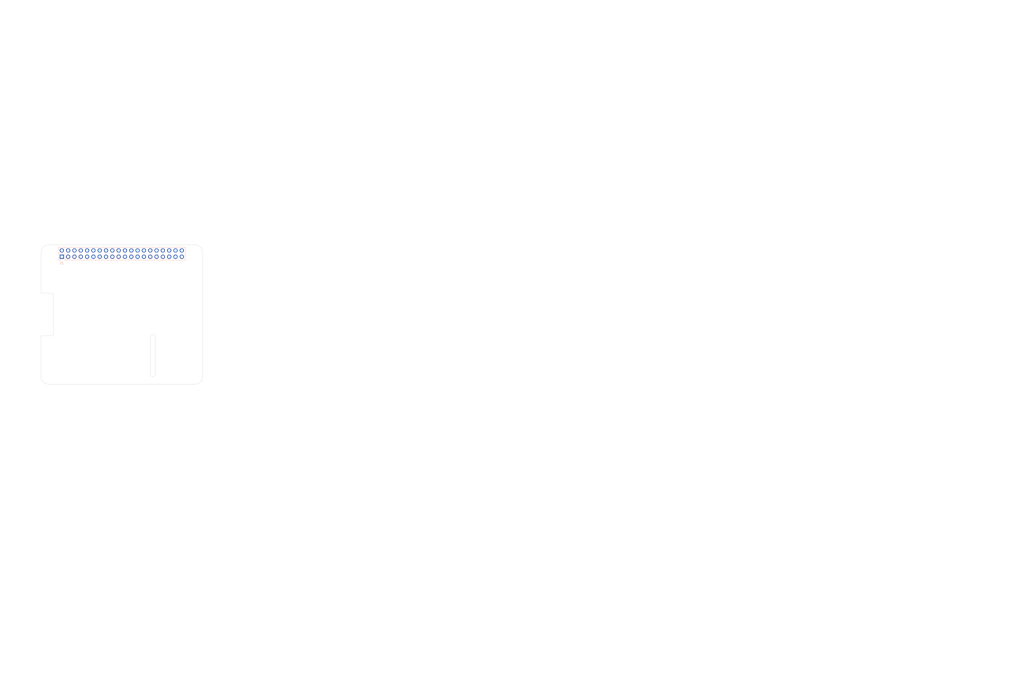
<source format=kicad_pcb>
(kicad_pcb (version 20240108) (generator "pcbnew") (generator_version "8.0")
  (title_block (title "Example Project") (date "25 June 2024"))
  (layers (0 "F.Cu" signal) (31 "B.Cu" signal) (34 "B.Paste" user) (35 "F.Paste" user) (36 "B.SilkS" user "B.Silkscreen") (37 "F.SilkS" user "F.Silkscreen") (38 "B.Mask" user) (39 "F.Mask" user) (44 "Edge.Cuts" user))
  (net 0 "")
  (net 1 "GND")
  (net 2 "/GPIO2{slash}SDA1")
  (net 3 "/GPIO3{slash}SCL1")
  (net 4 "/GPIO4{slash}GPCLK0")
  (net 5 "/GPIO14{slash}TXD0")
  (net 6 "/GPIO15{slash}RXD0")
  (net 7 "/GPIO17")
  (net 8 "/GPIO18{slash}PCM.CLK")
  (net 9 "/GPIO27")
  (net 10 "/GPIO22")
  (net 11 "/GPIO23")
  (net 12 "/GPIO24")
  (net 13 "/GPIO10{slash}SPI0.MOSI")
  (net 14 "/GPIO9{slash}SPI0.MISO")
  (net 15 "/GPIO25")
  (net 16 "/GPIO11{slash}SPI0.SCLK")
  (net 17 "/GPIO8{slash}SPI0.CE0")
  (net 18 "/GPIO7{slash}SPI0.CE1")
  (net 19 "/ID_SDA")
  (net 20 "/ID_SCL")
  (net 21 "/GPIO5")
  (net 22 "/GPIO6")
  (net 23 "/GPIO12{slash}PWM0")
  (net 24 "/GPIO13{slash}PWM1")
  (net 25 "/GPIO19{slash}PCM.FS")
  (net 26 "/GPIO16")
  (net 27 "/GPIO26")
  (net 28 "/GPIO20{slash}PCM.DIN")
  (net 29 "/GPIO21{slash}PCM.DOUT")
  (net 30 "+5V")
  (net 31 "+3V3")
  (footprint "MountingHole:MountingHole_2.7mm_M2.5" (layer "F.Cu") (at 220 121)
    (property "Reference" "MH2" (hide yes))
    (property "Value" "MountingHole_2.7mm_M2.5" (hide yes))
    (pad "" np_thru_hole circle (at 0 0) (size 2.7 2.7) (drill 2.7) (layers "*.Cu" "*.Mask"))
  )
  (footprint "MountingHole:MountingHole_2.7mm_M2.5" (layer "F.Cu") (at 162 170)
    (property "Reference" "MH3" (hide yes))
    (property "Value" "MountingHole_2.7mm_M2.5" (hide yes))
    (pad "" np_thru_hole circle (at 0 0) (size 2.7 2.7) (drill 2.7) (layers "*.Cu" "*.Mask"))
  )
  (footprint "MountingHole:MountingHole_2.7mm_M2.5" (layer "F.Cu") (at 162 121)
    (property "Reference" "MH1" (hide yes))
    (property "Value" "MountingHole_2.7mm_M2.5" (hide yes))
    (pad "" np_thru_hole circle (at 0 0) (size 2.7 2.7) (drill 2.7) (layers "*.Cu" "*.Mask"))
  )
  (footprint "MountingHole:MountingHole_2.7mm_M2.5" (layer "F.Cu") (at 220 170)
    (property "Reference" "MH4" (hide yes))
    (property "Value" "MountingHole_2.7mm_M2.5" (hide yes))
    (pad "" np_thru_hole circle (at 0 0) (size 2.7 2.7) (drill 2.7) (layers "*.Cu" "*.Mask"))
  )
  (footprint "Connector_PinSocket_2.54mm:PinSocket_2x20_P2.54mm_Vertical" (layer "B.Cu") (at 166.87 122.27 -90)
    (property "Reference" "J1" (at 2.5 0 0) (layer "B.SilkS") (effects (justify mirror)))
    (property "Value" "GPIO")
    (fp_line (start -3.87 1.33) (end -1.27 1.33) (stroke (width 0.12)) (layer "B.SilkS"))
    (fp_line (start -3.87 1.33) (end -3.87 -49.59) (stroke (width 0.12)) (layer "B.SilkS"))
    (fp_line (start -1.27 1.33) (end -1.27 -1.27) (stroke (width 0.12)) (layer "B.SilkS"))
    (fp_line (start 0 1.33) (end 1.33 1.33) (stroke (width 0.12)) (layer "B.SilkS"))
    (fp_line (start 1.33 1.33) (end 1.33 0) (stroke (width 0.12)) (layer "B.SilkS"))
    (fp_line (start -1.27 -1.27) (end 1.33 -1.27) (stroke (width 0.12)) (layer "B.SilkS"))
    (fp_line (start 1.33 -1.27) (end 1.33 -49.59) (stroke (width 0.12)) (layer "B.SilkS"))
    (fp_line (start -3.87 -49.59) (end 1.33 -49.59) (stroke (width 0.12)) (layer "B.SilkS"))
    (pad "1" thru_hole rect (at 0 0 270) (size 1.7 1.7) (drill 1) (layers "*.Cu" "*.Mask") (net 31 "+3V3"))
    (pad "2" thru_hole oval (at -2.54 0 270) (size 1.7 1.7) (drill 1) (layers "*.Cu" "*.Mask") (net 30 "+5V"))
    (pad "3" thru_hole oval (at 0 -2.54 270) (size 1.7 1.7) (drill 1) (layers "*.Cu" "*.Mask") (net 2 "/GPIO2{slash}SDA1"))
    (pad "4" thru_hole oval (at -2.54 -2.54 270) (size 1.7 1.7) (drill 1) (layers "*.Cu" "*.Mask") (net 30 "+5V"))
    (pad "5" thru_hole oval (at 0 -5.08 270) (size 1.7 1.7) (drill 1) (layers "*.Cu" "*.Mask") (net 3 "/GPIO3{slash}SCL1"))
    (pad "6" thru_hole oval (at -2.54 -5.08 270) (size 1.7 1.7) (drill 1) (layers "*.Cu" "*.Mask") (net 1 "GND"))
    (pad "7" thru_hole oval (at 0 -7.62 270) (size 1.7 1.7) (drill 1) (layers "*.Cu" "*.Mask") (net 4 "/GPIO4{slash}GPCLK0"))
    (pad "8" thru_hole oval (at -2.54 -7.62 270) (size 1.7 1.7) (drill 1) (layers "*.Cu" "*.Mask") (net 5 "/GPIO14{slash}TXD0"))
    (pad "9" thru_hole oval (at 0 -10.16 270) (size 1.7 1.7) (drill 1) (layers "*.Cu" "*.Mask") (net 1 "GND"))
    (pad "10" thru_hole oval (at -2.54 -10.16 270) (size 1.7 1.7) (drill 1) (layers "*.Cu" "*.Mask") (net 6 "/GPIO15{slash}RXD0"))
    (pad "11" thru_hole oval (at 0 -12.7 270) (size 1.7 1.7) (drill 1) (layers "*.Cu" "*.Mask") (net 7 "/GPIO17"))
    (pad "12" thru_hole oval (at -2.54 -12.7 270) (size 1.7 1.7) (drill 1) (layers "*.Cu" "*.Mask") (net 8 "/GPIO18{slash}PCM.CLK"))
    (pad "13" thru_hole oval (at 0 -15.24 270) (size 1.7 1.7) (drill 1) (layers "*.Cu" "*.Mask") (net 9 "/GPIO27"))
    (pad "14" thru_hole oval (at -2.54 -15.24 270) (size 1.7 1.7) (drill 1) (layers "*.Cu" "*.Mask") (net 1 "GND"))
    (pad "15" thru_hole oval (at 0 -17.78 270) (size 1.7 1.7) (drill 1) (layers "*.Cu" "*.Mask") (net 10 "/GPIO22"))
    (pad "16" thru_hole oval (at -2.54 -17.78 270) (size 1.7 1.7) (drill 1) (layers "*.Cu" "*.Mask") (net 11 "/GPIO23"))
    (pad "17" thru_hole oval (at 0 -20.32 270) (size 1.7 1.7) (drill 1) (layers "*.Cu" "*.Mask") (net 31 "+3V3"))
    (pad "18" thru_hole oval (at -2.54 -20.32 270) (size 1.7 1.7) (drill 1) (layers "*.Cu" "*.Mask") (net 12 "/GPIO24"))
    (pad "19" thru_hole oval (at 0 -22.86 270) (size 1.7 1.7) (drill 1) (layers "*.Cu" "*.Mask") (net 13 "/GPIO10{slash}SPI0.MOSI"))
    (pad "20" thru_hole oval (at -2.54 -22.86 270) (size 1.7 1.7) (drill 1) (layers "*.Cu" "*.Mask") (net 1 "GND"))
    (pad "21" thru_hole oval (at 0 -25.4 270) (size 1.7 1.7) (drill 1) (layers "*.Cu" "*.Mask") (net 14 "/GPIO9{slash}SPI0.MISO"))
    (pad "22" thru_hole oval (at -2.54 -25.4 270) (size 1.7 1.7) (drill 1) (layers "*.Cu" "*.Mask") (net 15 "/GPIO25"))
    (pad "23" thru_hole oval (at 0 -27.94 270) (size 1.7 1.7) (drill 1) (layers "*.Cu" "*.Mask") (net 16 "/GPIO11{slash}SPI0.SCLK"))
    (pad "24" thru_hole oval (at -2.54 -27.94 270) (size 1.7 1.7) (drill 1) (layers "*.Cu" "*.Mask") (net 17 "/GPIO8{slash}SPI0.CE0"))
    (pad "25" thru_hole oval (at 0 -30.48 270) (size 1.7 1.7) (drill 1) (layers "*.Cu" "*.Mask") (net 1 "GND"))
    (pad "26" thru_hole oval (at -2.54 -30.48 270) (size 1.7 1.7) (drill 1) (layers "*.Cu" "*.Mask") (net 18 "/GPIO7{slash}SPI0.CE1"))
    (pad "27" thru_hole oval (at 0 -33.02 270) (size 1.7 1.7) (drill 1) (layers "*.Cu" "*.Mask") (net 19 "/ID_SDA"))
    (pad "28" thru_hole oval (at -2.54 -33.02 270) (size 1.7 1.7) (drill 1) (layers "*.Cu" "*.Mask") (net 20 "/ID_SCL"))
    (pad "29" thru_hole oval (at 0 -35.56 270) (size 1.7 1.7) (drill 1) (layers "*.Cu" "*.Mask") (net 21 "/GPIO5"))
    (pad "30" thru_hole oval (at -2.54 -35.56 270) (size 1.7 1.7) (drill 1) (layers "*.Cu" "*.Mask") (net 1 "GND"))
    (pad "31" thru_hole oval (at 0 -38.1 270) (size 1.7 1.7) (drill 1) (layers "*.Cu" "*.Mask") (net 22 "/GPIO6"))
    (pad "32" thru_hole oval (at -2.54 -38.1 270) (size 1.7 1.7) (drill 1) (layers "*.Cu" "*.Mask") (net 23 "/GPIO12{slash}PWM0"))
    (pad "33" thru_hole oval (at 0 -40.64 270) (size 1.7 1.7) (drill 1) (layers "*.Cu" "*.Mask") (net 24 "/GPIO13{slash}PWM1"))
    (pad "34" thru_hole oval (at -2.54 -40.64 270) (size 1.7 1.7) (drill 1) (layers "*.Cu" "*.Mask") (net 1 "GND"))
    (pad "35" thru_hole oval (at 0 -43.18 270) (size 1.7 1.7) (drill 1) (layers "*.Cu" "*.Mask") (net 25 "/GPIO19{slash}PCM.FS"))
    (pad "36" thru_hole oval (at -2.54 -43.18 270) (size 1.7 1.7) (drill 1) (layers "*.Cu" "*.Mask") (net 26 "/GPIO16"))
    (pad "37" thru_hole oval (at 0 -45.72 270) (size 1.7 1.7) (drill 1) (layers "*.Cu" "*.Mask") (net 27 "/GPIO26"))
    (pad "38" thru_hole oval (at -2.54 -45.72 270) (size 1.7 1.7) (drill 1) (layers "*.Cu" "*.Mask") (net 28 "/GPIO20{slash}PCM.DIN"))
    (pad "39" thru_hole oval (at 0 -48.26 270) (size 1.7 1.7) (drill 1) (layers "*.Cu" "*.Mask") (net 1 "GND"))
    (pad "40" thru_hole oval (at -2.54 -48.26 270) (size 1.7 1.7) (drill 1) (layers "*.Cu" "*.Mask") (net 29 "/GPIO21{slash}PCM.DOUT"))
  )
  (gr_arc (start 159 137) (mid 158.646447 136.853553) (end 158.5 136.5) (stroke (width 0.1)) (layer "Edge.Cuts"))
  (gr_arc (start 220.5 117.5) (mid 222.62132 118.37868) (end 223.5 120.5) (stroke (width 0.1)) (layer "Edge.Cuts"))
  (gr_line (start 223.5 170.5) (end 223.5 120.5) (stroke (width 0.1)) (layer "Edge.Cuts"))
  (gr_line (start 158.5 120.5) (end 158.5 136.5) (stroke (width 0.1)) (layer "Edge.Cuts"))
  (gr_line (start 204.5 154.5) (end 204.5 169.5) (stroke (width 0.1)) (layer "Edge.Cuts"))
  (gr_line (start 202.5 169.5) (end 202.5 154.5) (stroke (width 0.1)) (layer "Edge.Cuts"))
  (gr_arc (start 161.5 173.5) (mid 159.37868 172.62132) (end 158.5 170.5) (stroke (width 0.1)) (layer "Edge.Cuts"))
  (gr_line (start 161.5 173.5) (end 220.5 173.5) (stroke (width 0.1)) (layer "Edge.Cuts"))
  (gr_line (start 163 154) (end 159 154) (stroke (width 0.1)) (layer "Edge.Cuts"))
  (gr_arc (start 202.5 154.5) (mid 203.5 153.5) (end 204.5 154.5) (stroke (width 0.1)) (layer "Edge.Cuts"))
  (gr_arc (start 158.5 154.5) (mid 158.646138 154.146755) (end 158.999127 154.000001) (stroke (width 0.1)) (layer "Edge.Cuts"))
  (gr_arc (start 223.5 170.5) (mid 222.62132 172.62132) (end 220.5 173.5) (stroke (width 0.1)) (layer "Edge.Cuts"))
  (gr_line (start 163.5 137.5) (end 163.5 153.5) (stroke (width 0.1)) (layer "Edge.Cuts"))
  (gr_arc (start 158.5 120.5) (mid 159.37868 118.37868) (end 161.5 117.5) (stroke (width 0.1)) (layer "Edge.Cuts"))
  (gr_arc (start 204.5 169.5) (mid 203.5 170.5) (end 202.5 169.5) (stroke (width 0.1)) (layer "Edge.Cuts"))
  (gr_line (start 158.5 154.5) (end 158.5 170.5) (stroke (width 0.1)) (layer "Edge.Cuts"))
  (gr_line (start 159 137) (end 163 137) (stroke (width 0.1)) (layer "Edge.Cuts"))
  (gr_arc (start 163.5 153.5) (mid 163.353553 153.853553) (end 163 154) (stroke (width 0.1)) (layer "Edge.Cuts"))
  (gr_arc (start 163 137) (mid 163.353553 137.146447) (end 163.5 137.5) (stroke (width 0.1)) (layer "Edge.Cuts"))
  (gr_line (start 220.5 117.5) (end 161.5 117.5) (stroke (width 0.1)) (layer "Edge.Cuts"))
)
</source>
